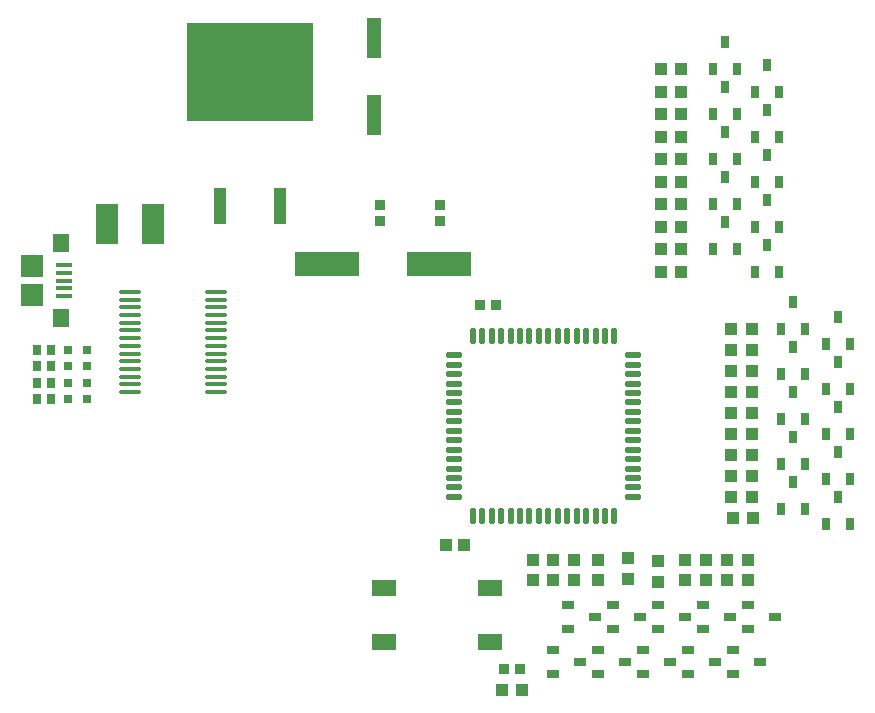
<source format=gtp>
G04 Layer_Color=7318015*
%FSLAX24Y24*%
%MOIN*%
G70*
G01*
G75*
%ADD10O,0.0787X0.0138*%
%ADD11R,0.0335X0.0354*%
%ADD12R,0.0787X0.0551*%
%ADD13R,0.2165X0.0787*%
%ADD14O,0.0571X0.0217*%
%ADD15O,0.0217X0.0571*%
%ADD16R,0.0276X0.0335*%
%ADD17R,0.0400X0.0315*%
%ADD18R,0.0315X0.0400*%
%ADD19R,0.0400X0.0440*%
%ADD20R,0.0400X0.1201*%
%ADD21R,0.4197X0.3299*%
%ADD22R,0.0315X0.0315*%
%ADD23R,0.0472X0.1378*%
%ADD24R,0.0440X0.0400*%
%ADD25R,0.0354X0.0335*%
%ADD26R,0.0413X0.0394*%
%ADD27R,0.0532X0.0157*%
%ADD28R,0.0551X0.0630*%
%ADD29R,0.0748X0.0748*%
%ADD30R,0.0750X0.1340*%
D10*
X13913Y35987D02*
D03*
Y36243D02*
D03*
Y36498D02*
D03*
Y36754D02*
D03*
Y37010D02*
D03*
Y37266D02*
D03*
Y37522D02*
D03*
Y37778D02*
D03*
Y38034D02*
D03*
Y38290D02*
D03*
Y38546D02*
D03*
Y38802D02*
D03*
Y39057D02*
D03*
Y39313D02*
D03*
X16787D02*
D03*
Y39057D02*
D03*
Y38802D02*
D03*
Y38546D02*
D03*
Y38290D02*
D03*
Y38034D02*
D03*
Y37778D02*
D03*
Y37522D02*
D03*
Y37266D02*
D03*
Y37010D02*
D03*
Y36754D02*
D03*
Y36498D02*
D03*
Y36243D02*
D03*
Y35987D02*
D03*
D11*
X25594Y38900D02*
D03*
X26106D02*
D03*
X26906Y26750D02*
D03*
X26394D02*
D03*
D12*
X25922Y27664D02*
D03*
X22378D02*
D03*
X25922Y29436D02*
D03*
X22378D02*
D03*
D13*
X24220Y40250D02*
D03*
X20480D02*
D03*
D14*
X24708Y37212D02*
D03*
Y36897D02*
D03*
Y36582D02*
D03*
Y36267D02*
D03*
Y35952D02*
D03*
Y35637D02*
D03*
Y35322D02*
D03*
Y35007D02*
D03*
Y34693D02*
D03*
Y34378D02*
D03*
Y34063D02*
D03*
Y33748D02*
D03*
Y33433D02*
D03*
Y33118D02*
D03*
Y32803D02*
D03*
Y32488D02*
D03*
X30692D02*
D03*
Y32803D02*
D03*
Y33118D02*
D03*
Y33433D02*
D03*
Y33748D02*
D03*
Y34063D02*
D03*
Y34378D02*
D03*
Y34693D02*
D03*
Y35007D02*
D03*
Y35322D02*
D03*
Y35637D02*
D03*
Y35952D02*
D03*
Y36267D02*
D03*
Y36582D02*
D03*
Y36897D02*
D03*
Y37212D02*
D03*
D15*
X25338Y31858D02*
D03*
X25653D02*
D03*
X25968D02*
D03*
X26283D02*
D03*
X26598D02*
D03*
X26913D02*
D03*
X27228D02*
D03*
X27543D02*
D03*
X27857D02*
D03*
X28172D02*
D03*
X28487D02*
D03*
X28802D02*
D03*
X29117D02*
D03*
X29432D02*
D03*
X29747D02*
D03*
X30062D02*
D03*
Y37842D02*
D03*
X29747D02*
D03*
X29432D02*
D03*
X29117D02*
D03*
X28802D02*
D03*
X28487D02*
D03*
X28172D02*
D03*
X27857D02*
D03*
X27543D02*
D03*
X27228D02*
D03*
X26913D02*
D03*
X26598D02*
D03*
X26283D02*
D03*
X25968D02*
D03*
X25653D02*
D03*
X25338D02*
D03*
D16*
X10824Y37400D02*
D03*
X11276D02*
D03*
Y36300D02*
D03*
X10824D02*
D03*
X11276Y35750D02*
D03*
X10824D02*
D03*
Y36850D02*
D03*
X11276D02*
D03*
D17*
X31000Y27400D02*
D03*
Y26600D02*
D03*
X31900Y27000D02*
D03*
X34500Y28900D02*
D03*
Y28100D02*
D03*
X35400Y28500D02*
D03*
X30000Y28900D02*
D03*
Y28100D02*
D03*
X30900Y28500D02*
D03*
X34000Y27400D02*
D03*
Y26600D02*
D03*
X34900Y27000D02*
D03*
X29500Y27400D02*
D03*
Y26600D02*
D03*
X30400Y27000D02*
D03*
X33000Y28900D02*
D03*
Y28100D02*
D03*
X33900Y28500D02*
D03*
X28500Y28900D02*
D03*
Y28100D02*
D03*
X29400Y28500D02*
D03*
X32500Y27400D02*
D03*
Y26600D02*
D03*
X33400Y27000D02*
D03*
X28000Y27400D02*
D03*
Y26600D02*
D03*
X28900Y27000D02*
D03*
X31500Y28900D02*
D03*
Y28100D02*
D03*
X32400Y28500D02*
D03*
D18*
X37100Y34600D02*
D03*
X37900D02*
D03*
X37500Y35500D02*
D03*
X35600Y38100D02*
D03*
X36400D02*
D03*
X36000Y39000D02*
D03*
X34750Y43000D02*
D03*
X35550D02*
D03*
X35150Y43900D02*
D03*
X33350Y46750D02*
D03*
X34150D02*
D03*
X33750Y47650D02*
D03*
X35600Y33600D02*
D03*
X36400D02*
D03*
X36000Y34500D02*
D03*
X37100Y37600D02*
D03*
X37900D02*
D03*
X37500Y38500D02*
D03*
X33350Y42250D02*
D03*
X34150D02*
D03*
X33750Y43150D02*
D03*
X34750Y46000D02*
D03*
X35550D02*
D03*
X35150Y46900D02*
D03*
X37100Y33100D02*
D03*
X37900D02*
D03*
X37500Y34000D02*
D03*
X35600Y36600D02*
D03*
X36400D02*
D03*
X36000Y37500D02*
D03*
X34750Y41500D02*
D03*
X35550D02*
D03*
X35150Y42400D02*
D03*
X33350Y45250D02*
D03*
X34150D02*
D03*
X33750Y46150D02*
D03*
X35600Y32100D02*
D03*
X36400D02*
D03*
X36000Y33000D02*
D03*
X37100Y36100D02*
D03*
X37900D02*
D03*
X37500Y37000D02*
D03*
X33350Y40750D02*
D03*
X34150D02*
D03*
X33750Y41650D02*
D03*
X34750Y44500D02*
D03*
X35550D02*
D03*
X35150Y45400D02*
D03*
X37100Y31600D02*
D03*
X37900D02*
D03*
X37500Y32500D02*
D03*
X35600Y35100D02*
D03*
X36400D02*
D03*
X36000Y36000D02*
D03*
X34750Y40000D02*
D03*
X35550D02*
D03*
X35150Y40900D02*
D03*
X33350Y43750D02*
D03*
X34150D02*
D03*
X33750Y44650D02*
D03*
D19*
X30500Y29765D02*
D03*
Y30440D02*
D03*
X34500Y29715D02*
D03*
Y30390D02*
D03*
X29500Y29715D02*
D03*
Y30390D02*
D03*
X33800Y29715D02*
D03*
Y30390D02*
D03*
X28700Y29715D02*
D03*
Y30390D02*
D03*
X33100Y29715D02*
D03*
Y30390D02*
D03*
X28000Y29715D02*
D03*
Y30390D02*
D03*
X32400Y29715D02*
D03*
Y30390D02*
D03*
X27350Y29715D02*
D03*
Y30390D02*
D03*
X31500Y29665D02*
D03*
Y30340D02*
D03*
D20*
X16900Y42200D02*
D03*
X18900D02*
D03*
D21*
X17900Y46651D02*
D03*
D22*
X12465Y36300D02*
D03*
X11835D02*
D03*
X12465Y35750D02*
D03*
X11835D02*
D03*
X11835Y36850D02*
D03*
X12465D02*
D03*
X11835Y37400D02*
D03*
X12465D02*
D03*
D23*
X22050Y45201D02*
D03*
Y47799D02*
D03*
D24*
X32285Y46000D02*
D03*
X31610D02*
D03*
X32285Y46750D02*
D03*
X31610D02*
D03*
X32285Y45250D02*
D03*
X31610D02*
D03*
X32285Y44500D02*
D03*
X31610D02*
D03*
X32285Y43750D02*
D03*
X31610D02*
D03*
X32285Y43000D02*
D03*
X31610D02*
D03*
X32285Y42250D02*
D03*
X31610D02*
D03*
X32285Y41500D02*
D03*
X31610D02*
D03*
X32285Y40750D02*
D03*
X31610D02*
D03*
X32285Y40000D02*
D03*
X31610D02*
D03*
X34635Y38100D02*
D03*
X33960D02*
D03*
X34635Y37400D02*
D03*
X33960D02*
D03*
X34635Y36700D02*
D03*
X33960D02*
D03*
X34635Y36000D02*
D03*
X33960D02*
D03*
X34635Y35300D02*
D03*
X33960D02*
D03*
X34635Y34600D02*
D03*
X33960D02*
D03*
X34635Y33900D02*
D03*
X33960D02*
D03*
X34635Y33200D02*
D03*
X33960D02*
D03*
X34635Y32500D02*
D03*
X33960D02*
D03*
X34685Y31800D02*
D03*
X34010D02*
D03*
X26313Y26050D02*
D03*
X26987D02*
D03*
D25*
X22250Y42206D02*
D03*
Y41694D02*
D03*
X24250Y42206D02*
D03*
Y41694D02*
D03*
D26*
X24455Y30900D02*
D03*
X25045D02*
D03*
D27*
X11702Y39700D02*
D03*
Y39956D02*
D03*
Y39444D02*
D03*
Y39188D02*
D03*
Y40212D02*
D03*
D28*
X11613Y40960D02*
D03*
Y38440D02*
D03*
D29*
X10648Y40172D02*
D03*
Y39228D02*
D03*
D30*
X14670Y41600D02*
D03*
X13132D02*
D03*
M02*

</source>
